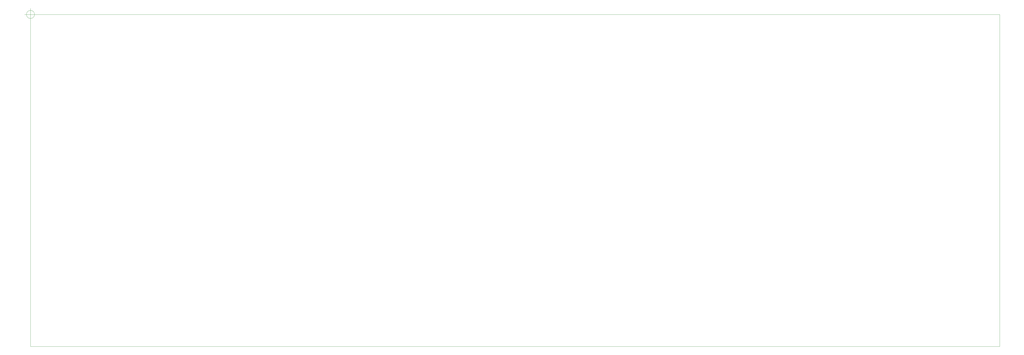
<source format=gbr>
G04 #@! TF.GenerationSoftware,KiCad,Pcbnew,(5.1.2)-1*
G04 #@! TF.CreationDate,2020-04-18T22:46:51-04:00*
G04 #@! TF.ProjectId,C128A,43313238-412e-46b6-9963-61645f706362,rev?*
G04 #@! TF.SameCoordinates,Original*
G04 #@! TF.FileFunction,Profile,NP*
%FSLAX46Y46*%
G04 Gerber Fmt 4.6, Leading zero omitted, Abs format (unit mm)*
G04 Created by KiCad (PCBNEW (5.1.2)-1) date 2020-04-18 22:46:51*
%MOMM*%
%LPD*%
G04 APERTURE LIST*
%ADD10C,0.050000*%
G04 APERTURE END LIST*
D10*
X65166666Y-203200000D02*
G75*
G03X65166666Y-203200000I-1666666J0D01*
G01*
X61000000Y-203200000D02*
X66000000Y-203200000D01*
X63500000Y-200700000D02*
X63500000Y-205700000D01*
X63500000Y-203200000D02*
X63500000Y-340995000D01*
X464820000Y-203200000D02*
X63500000Y-203200000D01*
X464820000Y-340995000D02*
X464820000Y-203200000D01*
X63500000Y-340995000D02*
X464820000Y-340995000D01*
M02*

</source>
